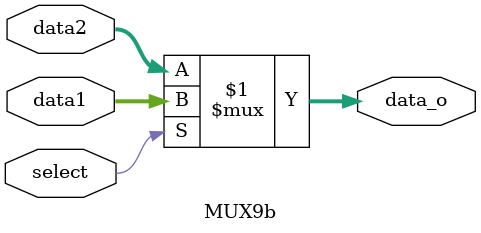
<source format=v>
module MUX9b(
 	input [8:0] data1,//value1
 	input [8:0] data2,//value2
 	input select,//control
 	output [8:0] data_o//output
);
assign data_o=(select)?data1:data2;//if select is 1,output is data1.if select is 0,output is data2.


endmodule

</source>
